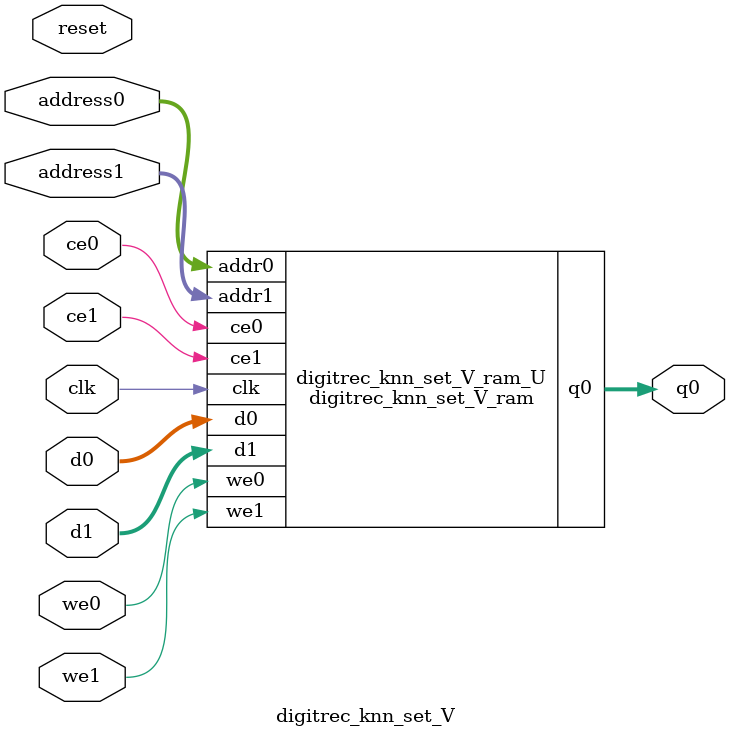
<source format=v>

`timescale 1 ns / 1 ps
module digitrec_knn_set_V_ram (addr0, ce0, d0, we0, q0, addr1, ce1, d1, we1,  clk);

parameter DWIDTH = 6;
parameter AWIDTH = 6;
parameter MEM_SIZE = 50;

input[AWIDTH-1:0] addr0;
input ce0;
input[DWIDTH-1:0] d0;
input we0;
output reg[DWIDTH-1:0] q0;
input[AWIDTH-1:0] addr1;
input ce1;
input[DWIDTH-1:0] d1;
input we1;
input clk;

(* ram_style = "block" *)reg [DWIDTH-1:0] ram[0:MEM_SIZE-1];




always @(posedge clk)  
begin 
    if (ce0) 
    begin
        if (we0) 
        begin 
            ram[addr0] <= d0; 
            q0 <= d0;
        end 
        else 
            q0 <= ram[addr0];
    end
end


always @(posedge clk)  
begin 
    if (ce1) 
    begin
        if (we1) 
        begin 
            ram[addr1] <= d1; 
        end 
    end
end


endmodule


`timescale 1 ns / 1 ps
module digitrec_knn_set_V(
    reset,
    clk,
    address0,
    ce0,
    we0,
    d0,
    q0,
    address1,
    ce1,
    we1,
    d1);

parameter DataWidth = 32'd6;
parameter AddressRange = 32'd50;
parameter AddressWidth = 32'd6;
input reset;
input clk;
input[AddressWidth - 1:0] address0;
input ce0;
input we0;
input[DataWidth - 1:0] d0;
output[DataWidth - 1:0] q0;
input[AddressWidth - 1:0] address1;
input ce1;
input we1;
input[DataWidth - 1:0] d1;



digitrec_knn_set_V_ram digitrec_knn_set_V_ram_U(
    .clk( clk ),
    .addr0( address0 ),
    .ce0( ce0 ),
    .d0( d0 ),
    .we0( we0 ),
    .q0( q0 ),
    .addr1( address1 ),
    .ce1( ce1 ),
    .d1( d1 ),
    .we1( we1 ));

endmodule


</source>
